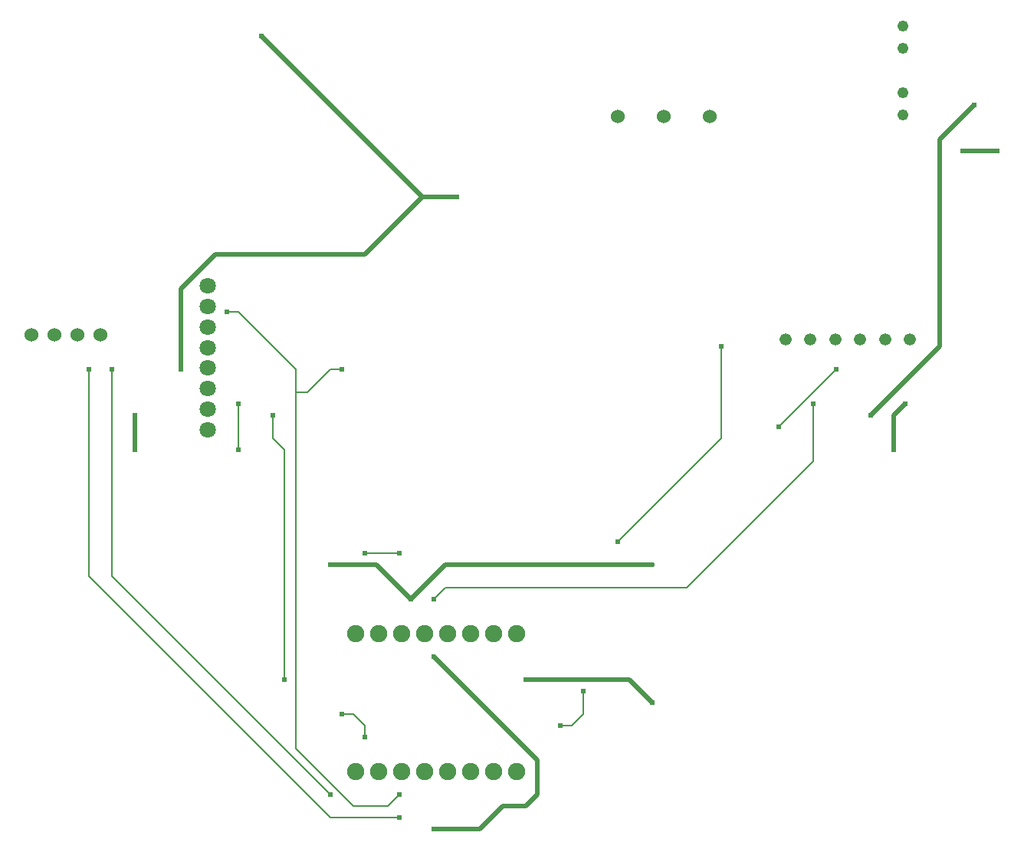
<source format=gbr>
%TF.GenerationSoftware,KiCad,Pcbnew,8.0.3*%
%TF.CreationDate,2024-07-21T14:24:04+02:00*%
%TF.ProjectId,eirini,65697269-6e69-42e6-9b69-6361645f7063,1.0*%
%TF.SameCoordinates,Original*%
%TF.FileFunction,Copper,L2,Bot*%
%TF.FilePolarity,Positive*%
%FSLAX46Y46*%
G04 Gerber Fmt 4.6, Leading zero omitted, Abs format (unit mm)*
G04 Created by KiCad (PCBNEW 8.0.3) date 2024-07-21 14:24:04*
%MOMM*%
%LPD*%
G01*
G04 APERTURE LIST*
%TA.AperFunction,ComponentPad*%
%ADD10C,1.230000*%
%TD*%
%TA.AperFunction,ComponentPad*%
%ADD11C,1.524000*%
%TD*%
%TA.AperFunction,ComponentPad*%
%ADD12C,1.905000*%
%TD*%
%TA.AperFunction,ComponentPad*%
%ADD13C,1.325926*%
%TD*%
%TA.AperFunction,ComponentPad*%
%ADD14C,1.800000*%
%TD*%
%TA.AperFunction,ViaPad*%
%ADD15C,0.610000*%
%TD*%
%TA.AperFunction,ViaPad*%
%ADD16C,0.600000*%
%TD*%
%TA.AperFunction,Conductor*%
%ADD17C,0.508000*%
%TD*%
%TA.AperFunction,Conductor*%
%ADD18C,0.152400*%
%TD*%
%TA.AperFunction,Conductor*%
%ADD19C,0.127000*%
%TD*%
G04 APERTURE END LIST*
D10*
%TO.P,TP4057,+,+*%
%TO.N,unconnected-(TP4057-Pad+)*%
X136920000Y-41990000D03*
%TO.P,TP4057,-,-*%
%TO.N,unconnected-(TP4057-Pad-)*%
X136920000Y-46910000D03*
%TO.P,TP4057,OUT+,OUT+*%
%TO.N,Net-(D1-VDD)*%
X136920000Y-39530000D03*
%TO.P,TP4057,OUT-,OUT-*%
%TO.N,Net-(D1-VSS)*%
X136920000Y-49370000D03*
%TD*%
D11*
%TO.P,DS1,GND,GND*%
%TO.N,Net-(D1-VSS)*%
X40640000Y-73660000D03*
%TO.P,DS1,SCL,SCL*%
%TO.N,Net-(U2-GPIO9)*%
X48260000Y-73660000D03*
%TO.P,DS1,SDA,SDA*%
%TO.N,Net-(U2-GPIO8)*%
X45720000Y-73660000D03*
%TO.P,DS1,VCC,VCC*%
%TO.N,Net-(D1-VDD)*%
X43180000Y-73660000D03*
%TD*%
D12*
%TO.P,U2,0,GPIO0*%
%TO.N,Net-(U2-GPIO0)*%
X94240000Y-106680000D03*
%TO.P,U2,1,GPIO1*%
%TO.N,Net-(U2-GPIO1)*%
X91700000Y-106680000D03*
%TO.P,U2,2,GPIO2*%
%TO.N,Net-(U2-GPIO2)*%
X89160000Y-106680000D03*
%TO.P,U2,3,GPIO3*%
%TO.N,Net-(U2-GPIO3)*%
X86620000Y-106680000D03*
%TO.P,U2,3.3,3V3*%
%TO.N,Net-(D1-VDD)*%
X81540000Y-106680000D03*
%TO.P,U2,4,GPIO4*%
%TO.N,Net-(U2-GPIO4)*%
X84080000Y-106680000D03*
%TO.P,U2,5,GPIO5*%
%TO.N,Net-(U2-GPIO5)*%
X76460000Y-121920000D03*
%TO.P,U2,5V,5V*%
%TO.N,unconnected-(U2-Pad5V)*%
X76460000Y-106680000D03*
%TO.P,U2,6,GPIO6*%
%TO.N,Net-(U2-GPIO6)*%
X79000000Y-121920000D03*
%TO.P,U2,7,GPIO7*%
%TO.N,Net-(U2-GPIO7)*%
X81540000Y-121920000D03*
%TO.P,U2,8,GPIO8*%
%TO.N,Net-(U2-GPIO8)*%
X84080000Y-121920000D03*
%TO.P,U2,9,GPIO9*%
%TO.N,Net-(U2-GPIO9)*%
X86620000Y-121920000D03*
%TO.P,U2,10,GPIO10*%
%TO.N,Net-(D1-DIN)*%
X89160000Y-121920000D03*
%TO.P,U2,20,GPIO20*%
%TO.N,unconnected-(U2-GPIO20-Pad20)*%
X91700000Y-121920000D03*
%TO.P,U2,21,GPIO21*%
%TO.N,unconnected-(U2-GPIO21-Pad21)*%
X94240000Y-121920000D03*
%TO.P,U2,G,GND*%
%TO.N,Net-(D1-VSS)*%
X79000000Y-106680000D03*
%TD*%
D11*
%TO.P,RV1,GND,GND*%
%TO.N,Net-(D1-VSS)*%
X115570000Y-49530000D03*
%TO.P,RV1,OUT,OUT*%
%TO.N,Net-(U2-GPIO0)*%
X110490000Y-49530000D03*
%TO.P,RV1,VCC,VCC*%
%TO.N,Net-(D1-VDD)*%
X105410000Y-49530000D03*
%TD*%
D13*
%TO.P,SD1,CS,CS*%
%TO.N,Net-(U2-GPIO7)*%
X123925385Y-74194615D03*
%TO.P,SD1,GND,GND*%
%TO.N,Net-(D1-VSS)*%
X137694615Y-74194615D03*
%TO.P,SD1,MISO,MISO*%
%TO.N,Net-(U2-GPIO5)*%
X132186923Y-74194615D03*
%TO.P,SD1,MOSI,MOSI*%
%TO.N,Net-(U2-GPIO6)*%
X129433077Y-74194615D03*
%TO.P,SD1,SCK,SCK*%
%TO.N,Net-(U2-GPIO4)*%
X126679231Y-74194615D03*
%TO.P,SD1,VCC,VCC*%
%TO.N,Net-(D1-VDD)*%
X134940769Y-74194615D03*
%TD*%
D14*
%TO.P,TFT1,CS,CS*%
%TO.N,Net-(U2-GPIO7)*%
X60156662Y-70533335D03*
%TO.P,TFT1,GND,GND*%
%TO.N,Net-(D1-VSS)*%
X60156662Y-84133331D03*
%TO.P,TFT1,LEDA,LEDA*%
%TO.N,Net-(U2-GPIO1)*%
X60156674Y-68266669D03*
%TO.P,TFT1,RES,RES*%
%TO.N,Net-(U2-GPIO3)*%
X60156674Y-75066667D03*
%TO.P,TFT1,RS,RS*%
%TO.N,Net-(U2-GPIO2)*%
X60156674Y-72800001D03*
%TO.P,TFT1,SCK,SCK*%
%TO.N,Net-(U2-GPIO4)*%
X60156674Y-79599999D03*
%TO.P,TFT1,SDA,SDA*%
%TO.N,Net-(U2-GPIO6)*%
X60156662Y-77333333D03*
%TO.P,TFT1,VCC,VCC*%
%TO.N,Net-(D1-VDD)*%
X60156674Y-81866665D03*
%TD*%
D15*
%TO.N,Net-(D1-VDD)*%
X133350000Y-82550000D03*
X85090000Y-128270000D03*
X52070000Y-86360000D03*
X52070000Y-82550000D03*
D16*
X109220000Y-99060000D03*
D15*
X66040000Y-40640000D03*
X57150000Y-77470000D03*
X82550000Y-102870000D03*
X87630000Y-58420000D03*
X144780000Y-48260000D03*
X73660000Y-99060000D03*
D16*
X85090000Y-109220000D03*
D15*
%TO.N,Net-(D1-VSS)*%
X109220000Y-114300000D03*
X137160000Y-81280000D03*
X147320000Y-53340000D03*
D16*
X95250000Y-111760000D03*
D15*
X135890000Y-86360000D03*
X143510000Y-53340000D03*
%TO.N,Net-(U2-GPIO4)*%
X81280000Y-97790000D03*
X85090000Y-102870000D03*
X127000000Y-81280000D03*
X63500000Y-86360000D03*
X63500000Y-81280000D03*
X77470000Y-97790000D03*
%TO.N,Net-(U2-GPIO6)*%
X101600000Y-113030000D03*
X77470000Y-118110000D03*
X99060000Y-116840000D03*
X123190000Y-83820000D03*
X74930000Y-115570000D03*
X67310000Y-82550000D03*
X129540000Y-77470000D03*
X68580000Y-111760000D03*
%TO.N,Net-(U2-GPIO7)*%
X62230000Y-71120000D03*
X74930000Y-77470000D03*
X81280000Y-124460000D03*
%TO.N,Net-(U2-GPIO0)*%
X116840000Y-74930000D03*
X105410000Y-96520000D03*
%TO.N,Net-(U2-GPIO8)*%
X46990000Y-77470000D03*
X81280000Y-127000000D03*
%TO.N,Net-(U2-GPIO9)*%
X73660000Y-124460000D03*
X49530000Y-77470000D03*
%TD*%
D17*
%TO.N,Net-(D1-VDD)*%
X83820000Y-58420000D02*
X77470000Y-64770000D01*
X83820000Y-58420000D02*
X87630000Y-58420000D01*
X60960000Y-64770000D02*
X57150000Y-68580000D01*
X140970000Y-74930000D02*
X133350000Y-82550000D01*
X96520000Y-120650000D02*
X85090000Y-109220000D01*
X71120000Y-64770000D02*
X60960000Y-64770000D01*
X85090000Y-128270000D02*
X90170000Y-128270000D01*
X82550000Y-102870000D02*
X78740000Y-99060000D01*
X78740000Y-99060000D02*
X76200000Y-99060000D01*
X52070000Y-86360000D02*
X52070000Y-82550000D01*
X90170000Y-128270000D02*
X92710000Y-125730000D01*
X77470000Y-64770000D02*
X71120000Y-64770000D01*
X95250000Y-125730000D02*
X96520000Y-124460000D01*
X76200000Y-99060000D02*
X73660000Y-99060000D01*
X82550000Y-102870000D02*
X86360000Y-99060000D01*
X92710000Y-125730000D02*
X95250000Y-125730000D01*
X86360000Y-99060000D02*
X109220000Y-99060000D01*
X96520000Y-124460000D02*
X96520000Y-120650000D01*
X66040000Y-40640000D02*
X83820000Y-58420000D01*
X144780000Y-48260000D02*
X140970000Y-52070000D01*
X57150000Y-68580000D02*
X57150000Y-77470000D01*
X140970000Y-52070000D02*
X140970000Y-74930000D01*
%TO.N,Net-(D1-VSS)*%
X95250000Y-111760000D02*
X106680000Y-111760000D01*
X135890000Y-82550000D02*
X135890000Y-85090000D01*
X135890000Y-85090000D02*
X135890000Y-86360000D01*
X106680000Y-111760000D02*
X109220000Y-114300000D01*
X137160000Y-81280000D02*
X135890000Y-82550000D01*
X147320000Y-53340000D02*
X143510000Y-53340000D01*
D18*
%TO.N,Net-(U2-GPIO4)*%
X86360000Y-101600000D02*
X113030000Y-101600000D01*
X77470000Y-97790000D02*
X81280000Y-97790000D01*
X127000000Y-87630000D02*
X127000000Y-81280000D01*
X85090000Y-102870000D02*
X86360000Y-101600000D01*
X63500000Y-81280000D02*
X63500000Y-86360000D01*
X113030000Y-101600000D02*
X127000000Y-87630000D01*
%TO.N,Net-(U2-GPIO6)*%
X76200000Y-115570000D02*
X77470000Y-116840000D01*
X101600000Y-115570000D02*
X101600000Y-114300000D01*
X67310000Y-85090000D02*
X67310000Y-82550000D01*
X101600000Y-114300000D02*
X101600000Y-113030000D01*
X77470000Y-116840000D02*
X77470000Y-118110000D01*
X99060000Y-116840000D02*
X100330000Y-116840000D01*
X129540000Y-77470000D02*
X123190000Y-83820000D01*
X100330000Y-116840000D02*
X101600000Y-115570000D01*
X68580000Y-86360000D02*
X67310000Y-85090000D01*
X68580000Y-111760000D02*
X68580000Y-86360000D01*
X74930000Y-115570000D02*
X76200000Y-115570000D01*
%TO.N,Net-(U2-GPIO7)*%
X81280000Y-124460000D02*
X80010000Y-125730000D01*
X71120000Y-80010000D02*
X73660000Y-77470000D01*
X76200000Y-125730000D02*
X69850000Y-119380000D01*
X69850000Y-80010000D02*
X69850000Y-77470000D01*
X80010000Y-125730000D02*
X76200000Y-125730000D01*
X69850000Y-77470000D02*
X63500000Y-71120000D01*
X69850000Y-80010000D02*
X71120000Y-80010000D01*
X63500000Y-71120000D02*
X62230000Y-71120000D01*
X69850000Y-119380000D02*
X69850000Y-80010000D01*
X73660000Y-77470000D02*
X74930000Y-77470000D01*
D19*
%TO.N,Net-(U2-GPIO0)*%
X116840000Y-74930000D02*
X116840000Y-85090000D01*
X116840000Y-85090000D02*
X105410000Y-96520000D01*
D18*
%TO.N,Net-(U2-GPIO8)*%
X46990000Y-77470000D02*
X46990000Y-100330000D01*
X46990000Y-100330000D02*
X73660000Y-127000000D01*
X73660000Y-127000000D02*
X81280000Y-127000000D01*
%TO.N,Net-(U2-GPIO9)*%
X49530000Y-100330000D02*
X73660000Y-124460000D01*
X49530000Y-77470000D02*
X49530000Y-100330000D01*
%TD*%
M02*

</source>
